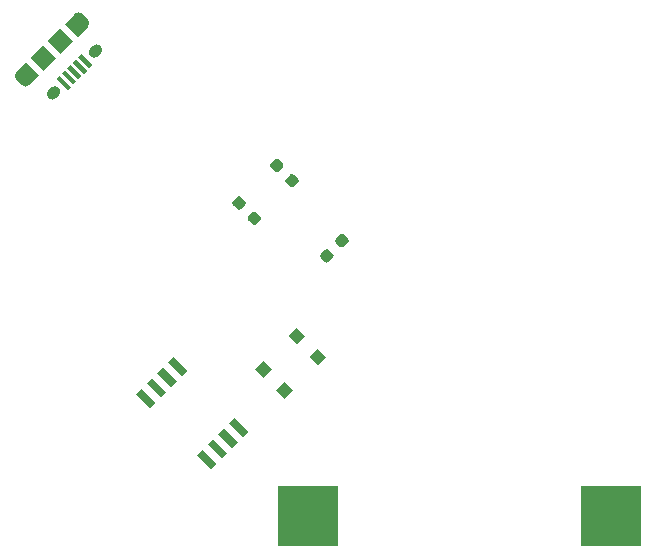
<source format=gbp>
G04 #@! TF.GenerationSoftware,KiCad,Pcbnew,5.1.7-a382d34a88~90~ubuntu20.04.1*
G04 #@! TF.CreationDate,2022-01-21T18:01:13-05:00*
G04 #@! TF.ProjectId,cr2022012001-12-leds-board,63723230-3232-4303-9132-3030312d3132,rev?*
G04 #@! TF.SameCoordinates,Original*
G04 #@! TF.FileFunction,Paste,Bot*
G04 #@! TF.FilePolarity,Positive*
%FSLAX46Y46*%
G04 Gerber Fmt 4.6, Leading zero omitted, Abs format (unit mm)*
G04 Created by KiCad (PCBNEW 5.1.7-a382d34a88~90~ubuntu20.04.1) date 2022-01-21 18:01:13*
%MOMM*%
%LPD*%
G01*
G04 APERTURE LIST*
%ADD10C,0.100000*%
%ADD11R,5.100000X5.100000*%
G04 APERTURE END LIST*
G36*
G01*
X160334438Y-40121162D02*
X160334438Y-40121162D01*
G75*
G02*
X160334438Y-39449410I335876J335876D01*
G01*
X160546570Y-39237278D01*
G75*
G02*
X161218322Y-39237278I335876J-335876D01*
G01*
X161218322Y-39237278D01*
G75*
G02*
X161218322Y-39909030I-335876J-335876D01*
G01*
X161006190Y-40121162D01*
G75*
G02*
X160334438Y-40121162I-335876J335876D01*
G01*
G37*
G36*
G01*
X156798905Y-43656695D02*
X156798905Y-43656695D01*
G75*
G02*
X156798905Y-42984943I335876J335876D01*
G01*
X157011037Y-42772811D01*
G75*
G02*
X157682789Y-42772811I335876J-335876D01*
G01*
X157682789Y-42772811D01*
G75*
G02*
X157682789Y-43444563I-335876J-335876D01*
G01*
X157470657Y-43656695D01*
G75*
G02*
X156798905Y-43656695I-335876J335876D01*
G01*
G37*
D10*
G36*
X159273779Y-38459461D02*
G01*
X158177763Y-37363445D01*
X159026291Y-36514917D01*
X160122307Y-37610933D01*
X159273779Y-38459461D01*
G37*
G36*
X155172560Y-42560680D02*
G01*
X154076544Y-41464664D01*
X154925072Y-40616136D01*
X156021088Y-41712152D01*
X155172560Y-42560680D01*
G37*
G36*
G01*
X159492981Y-37610932D02*
X159026291Y-37144242D01*
G75*
G02*
X159026291Y-36514916I314663J314663D01*
G01*
X159026291Y-36514916D01*
G75*
G02*
X159655617Y-36514916I314663J-314663D01*
G01*
X160122307Y-36981606D01*
G75*
G02*
X160122307Y-37610932I-314663J-314663D01*
G01*
X160122307Y-37610932D01*
G75*
G02*
X159492981Y-37610932I-314663J314663D01*
G01*
G37*
G36*
X157824210Y-39909029D02*
G01*
X156728194Y-38813013D01*
X157788854Y-37752353D01*
X158884870Y-38848369D01*
X157824210Y-39909029D01*
G37*
G36*
X156409996Y-41323243D02*
G01*
X155313980Y-40227227D01*
X156374640Y-39166567D01*
X157470656Y-40262583D01*
X156409996Y-41323243D01*
G37*
G36*
G01*
X154543233Y-42560680D02*
X154076543Y-42093990D01*
G75*
G02*
X154076543Y-41464664I314663J314663D01*
G01*
X154076543Y-41464664D01*
G75*
G02*
X154705869Y-41464664I314663J-314663D01*
G01*
X155172559Y-41931354D01*
G75*
G02*
X155172559Y-42560680I-314663J-314663D01*
G01*
X155172559Y-42560680D01*
G75*
G02*
X154543233Y-42560680I-314663J314663D01*
G01*
G37*
G36*
X160263728Y-41146466D02*
G01*
X159309134Y-40191872D01*
X159591976Y-39909030D01*
X160546570Y-40863624D01*
X160263728Y-41146466D01*
G37*
G36*
X159804109Y-41606085D02*
G01*
X158849515Y-40651491D01*
X159132357Y-40368649D01*
X160086951Y-41323243D01*
X159804109Y-41606085D01*
G37*
G36*
X159344489Y-42065704D02*
G01*
X158389895Y-41111110D01*
X158672737Y-40828268D01*
X159627331Y-41782862D01*
X159344489Y-42065704D01*
G37*
G36*
X158884870Y-42525324D02*
G01*
X157930276Y-41570730D01*
X158213118Y-41287888D01*
X159167712Y-42242482D01*
X158884870Y-42525324D01*
G37*
G36*
X158425251Y-42984943D02*
G01*
X157470657Y-42030349D01*
X157753499Y-41747507D01*
X158708093Y-42702101D01*
X158425251Y-42984943D01*
G37*
G36*
X169386348Y-73872466D02*
G01*
X169845967Y-73412847D01*
X171048048Y-74614928D01*
X170588429Y-75074547D01*
X169386348Y-73872466D01*
G37*
G36*
X170284374Y-72974441D02*
G01*
X170743993Y-72514822D01*
X171946074Y-73716903D01*
X171486455Y-74176522D01*
X170284374Y-72974441D01*
G37*
G36*
X171182400Y-72076415D02*
G01*
X171642019Y-71616796D01*
X172844100Y-72818877D01*
X172384481Y-73278496D01*
X171182400Y-72076415D01*
G37*
G36*
X172080425Y-71178389D02*
G01*
X172540044Y-70718770D01*
X173742125Y-71920851D01*
X173282506Y-72380470D01*
X172080425Y-71178389D01*
G37*
G36*
X166918546Y-66016510D02*
G01*
X167378165Y-65556891D01*
X168580246Y-66758972D01*
X168120627Y-67218591D01*
X166918546Y-66016510D01*
G37*
G36*
X166020520Y-66914535D02*
G01*
X166480139Y-66454916D01*
X167682220Y-67656997D01*
X167222601Y-68116616D01*
X166020520Y-66914535D01*
G37*
G36*
X165122494Y-67812561D02*
G01*
X165582113Y-67352942D01*
X166784194Y-68555023D01*
X166324575Y-69014642D01*
X165122494Y-67812561D01*
G37*
G36*
X164224469Y-68710587D02*
G01*
X164684088Y-68250968D01*
X165886169Y-69453049D01*
X165426550Y-69912668D01*
X164224469Y-68710587D01*
G37*
G36*
G01*
X176904660Y-50479605D02*
X177240536Y-50143729D01*
G75*
G02*
X177576412Y-50143729I167938J-167938D01*
G01*
X177929966Y-50497283D01*
G75*
G02*
X177929966Y-50833159I-167938J-167938D01*
G01*
X177594090Y-51169035D01*
G75*
G02*
X177258214Y-51169035I-167938J167938D01*
G01*
X176904660Y-50815481D01*
G75*
G02*
X176904660Y-50479605I167938J167938D01*
G01*
G37*
G36*
G01*
X175614190Y-49189135D02*
X175950066Y-48853259D01*
G75*
G02*
X176285942Y-48853259I167938J-167938D01*
G01*
X176639496Y-49206813D01*
G75*
G02*
X176639496Y-49542689I-167938J-167938D01*
G01*
X176303620Y-49878565D01*
G75*
G02*
X175967744Y-49878565I-167938J167938D01*
G01*
X175614190Y-49525011D01*
G75*
G02*
X175614190Y-49189135I167938J167938D01*
G01*
G37*
G36*
G01*
X173457515Y-52724670D02*
X173121639Y-53060546D01*
G75*
G02*
X172785763Y-53060546I-167938J167938D01*
G01*
X172432209Y-52706992D01*
G75*
G02*
X172432209Y-52371116I167938J167938D01*
G01*
X172768085Y-52035240D01*
G75*
G02*
X173103961Y-52035240I167938J-167938D01*
G01*
X173457515Y-52388794D01*
G75*
G02*
X173457515Y-52724670I-167938J-167938D01*
G01*
G37*
G36*
G01*
X174747985Y-54015140D02*
X174412109Y-54351016D01*
G75*
G02*
X174076233Y-54351016I-167938J167938D01*
G01*
X173722679Y-53997462D01*
G75*
G02*
X173722679Y-53661586I167938J167938D01*
G01*
X174058555Y-53325710D01*
G75*
G02*
X174394431Y-53325710I167938J-167938D01*
G01*
X174747985Y-53679264D01*
G75*
G02*
X174747985Y-54015140I-167938J-167938D01*
G01*
G37*
G36*
G01*
X181483177Y-56242526D02*
X181147301Y-55906650D01*
G75*
G02*
X181147301Y-55570774I167938J167938D01*
G01*
X181500855Y-55217220D01*
G75*
G02*
X181836731Y-55217220I167938J-167938D01*
G01*
X182172607Y-55553096D01*
G75*
G02*
X182172607Y-55888972I-167938J-167938D01*
G01*
X181819053Y-56242526D01*
G75*
G02*
X181483177Y-56242526I-167938J167938D01*
G01*
G37*
G36*
G01*
X180192707Y-57532996D02*
X179856831Y-57197120D01*
G75*
G02*
X179856831Y-56861244I167938J167938D01*
G01*
X180210385Y-56507690D01*
G75*
G02*
X180546261Y-56507690I167938J-167938D01*
G01*
X180882137Y-56843566D01*
G75*
G02*
X180882137Y-57179442I-167938J-167938D01*
G01*
X180528583Y-57532996D01*
G75*
G02*
X180192707Y-57532996I-167938J167938D01*
G01*
G37*
G36*
X176064970Y-68395923D02*
G01*
X176772077Y-67688816D01*
X177479184Y-68395923D01*
X176772077Y-69103030D01*
X176064970Y-68395923D01*
G37*
G36*
X174297204Y-66628157D02*
G01*
X175004311Y-65921050D01*
X175711418Y-66628157D01*
X175004311Y-67335264D01*
X174297204Y-66628157D01*
G37*
G36*
X178893398Y-65567496D02*
G01*
X179600505Y-64860389D01*
X180307612Y-65567496D01*
X179600505Y-66274603D01*
X178893398Y-65567496D01*
G37*
G36*
X177125632Y-63799730D02*
G01*
X177832739Y-63092623D01*
X178539846Y-63799730D01*
X177832739Y-64506837D01*
X177125632Y-63799730D01*
G37*
D11*
X178821320Y-79002525D03*
X204421320Y-79002525D03*
M02*

</source>
